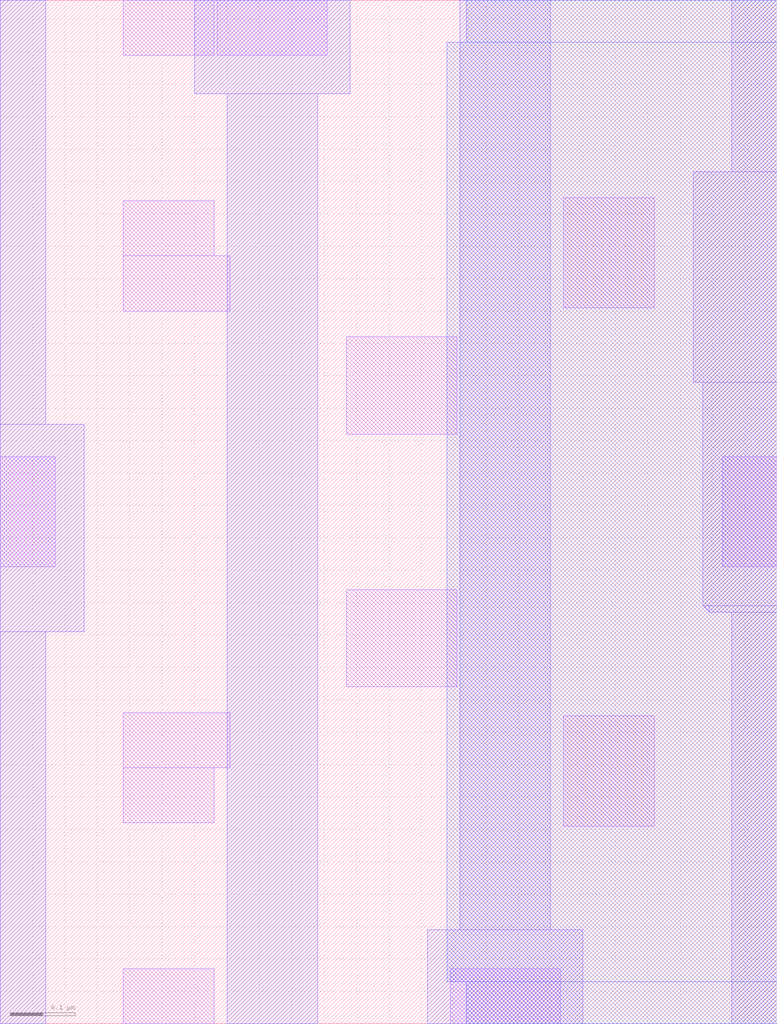
<source format=lef>
# Copyright 2020 The SkyWater PDK Authors
#
# Licensed under the Apache License, Version 2.0 (the "License");
# you may not use this file except in compliance with the License.
# You may obtain a copy of the License at
#
#     https://www.apache.org/licenses/LICENSE-2.0
#
# Unless required by applicable law or agreed to in writing, software
# distributed under the License is distributed on an "AS IS" BASIS,
# WITHOUT WARRANTIES OR CONDITIONS OF ANY KIND, either express or implied.
# See the License for the specific language governing permissions and
# limitations under the License.
#
# SPDX-License-Identifier: Apache-2.0

VERSION 5.7 ;
  NOWIREEXTENSIONATPIN ON ;
  DIVIDERCHAR "/" ;
  BUSBITCHARS "[]" ;
MACRO sky130_fd_bd_sram__sram_sp_cell_opt1_ce
  CLASS BLOCK ;
  FOREIGN sky130_fd_bd_sram__sram_sp_cell_opt1_ce ;
  ORIGIN  0.000000  0.000000 ;
  SIZE  1.200000 BY  1.580000 ;
  OBS
    LAYER li1 ;
      RECT 0.000000 0.705000 0.085000 0.875000 ;
      RECT 0.190000 0.000000 0.330000 0.085000 ;
      RECT 0.190000 0.310000 0.330000 0.395000 ;
      RECT 0.190000 0.395000 0.355000 0.480000 ;
      RECT 0.190000 1.100000 0.355000 1.185000 ;
      RECT 0.190000 1.185000 0.330000 1.270000 ;
      RECT 0.190000 1.495000 0.330000 1.580000 ;
      RECT 0.335000 1.495000 0.505000 1.580000 ;
      RECT 0.535000 0.520000 0.705000 0.670000 ;
      RECT 0.535000 0.910000 0.705000 1.060000 ;
      RECT 0.695000 0.000000 0.865000 0.085000 ;
      RECT 0.870000 0.305000 1.010000 0.475000 ;
      RECT 0.870000 1.105000 1.010000 1.275000 ;
      RECT 1.115000 0.705000 1.200000 0.875000 ;
    LAYER met1 ;
      POLYGON 1.085000 0.645000 1.095000 0.645000 1.095000 0.635000 ;
      RECT 0.000000 0.000000 0.070000 0.605000 ;
      RECT 0.000000 0.605000 0.130000 0.925000 ;
      RECT 0.000000 0.925000 0.070000 1.580000 ;
      RECT 0.300000 1.435000 0.540000 1.580000 ;
      RECT 0.350000 0.000000 0.490000 1.435000 ;
      RECT 0.660000 0.000000 0.900000 0.145000 ;
      RECT 0.710000 0.145000 0.850000 1.580000 ;
      RECT 1.070000 0.990000 1.200000 1.315000 ;
      RECT 1.085000 0.645000 1.200000 0.990000 ;
      RECT 1.095000 0.635000 1.200000 0.645000 ;
      RECT 1.130000 0.000000 1.200000 0.635000 ;
      RECT 1.130000 1.315000 1.200000 1.580000 ;
    LAYER nwell ;
      RECT 0.690000 0.065000 1.200000 1.515000 ;
      RECT 0.720000 0.000000 1.200000 0.065000 ;
      RECT 0.720000 1.515000 1.200000 1.580000 ;
  END
END sky130_fd_bd_sram__sram_sp_cell_opt1_ce
END LIBRARY

</source>
